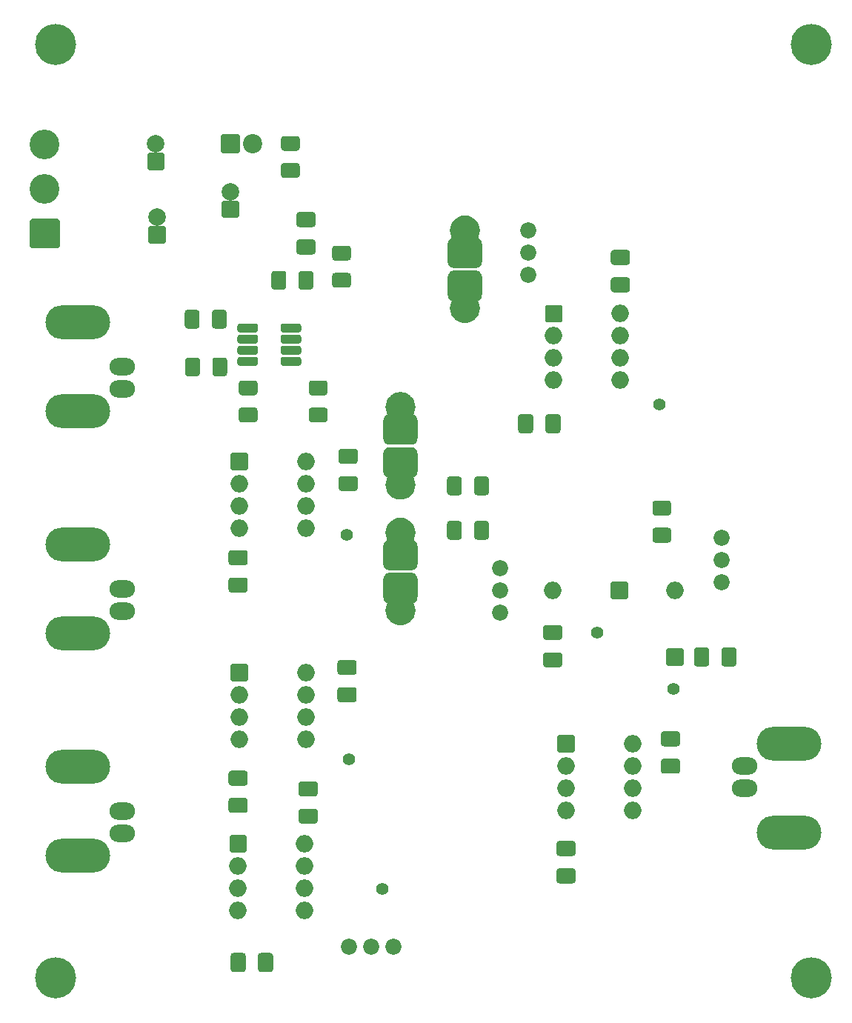
<source format=gbr>
%TF.GenerationSoftware,KiCad,Pcbnew,5.1.10-88a1d61d58~90~ubuntu20.04.1*%
%TF.CreationDate,2021-08-12T20:42:09+10:00*%
%TF.ProjectId,LaserPID,4c617365-7250-4494-942e-6b696361645f,rev?*%
%TF.SameCoordinates,Original*%
%TF.FileFunction,Soldermask,Top*%
%TF.FilePolarity,Negative*%
%FSLAX46Y46*%
G04 Gerber Fmt 4.6, Leading zero omitted, Abs format (unit mm)*
G04 Created by KiCad (PCBNEW 5.1.10-88a1d61d58~90~ubuntu20.04.1) date 2021-08-12 20:42:09*
%MOMM*%
%LPD*%
G01*
G04 APERTURE LIST*
%ADD10C,4.700000*%
%ADD11C,2.000000*%
%ADD12C,0.100000*%
%ADD13O,2.000000X2.000000*%
%ADD14C,2.200000*%
%ADD15C,3.400000*%
%ADD16O,7.400000X3.900000*%
%ADD17O,2.900000X2.000000*%
%ADD18C,1.840000*%
%ADD19C,1.400000*%
G04 APERTURE END LIST*
D10*
%TO.C,REF\u002A\u002A*%
X751840000Y-24130000D03*
%TD*%
%TO.C,REF\u002A\u002A*%
X838200000Y-24130000D03*
%TD*%
%TO.C,REF\u002A\u002A*%
X838200000Y-130810000D03*
%TD*%
%TO.C,REF\u002A\u002A*%
X751840000Y-130810000D03*
%TD*%
%TO.C,C1*%
G36*
G01*
X764197000Y-46847000D02*
X762597000Y-46847000D01*
G75*
G02*
X762397000Y-46647000I0J200000D01*
G01*
X762397000Y-45047000D01*
G75*
G02*
X762597000Y-44847000I200000J0D01*
G01*
X764197000Y-44847000D01*
G75*
G02*
X764397000Y-45047000I0J-200000D01*
G01*
X764397000Y-46647000D01*
G75*
G02*
X764197000Y-46847000I-200000J0D01*
G01*
G37*
D11*
X763397000Y-43847000D03*
%TD*%
%TO.C,C2*%
G36*
G01*
X764070000Y-38465000D02*
X762470000Y-38465000D01*
G75*
G02*
X762270000Y-38265000I0J200000D01*
G01*
X762270000Y-36665000D01*
G75*
G02*
X762470000Y-36465000I200000J0D01*
G01*
X764070000Y-36465000D01*
G75*
G02*
X764270000Y-36665000I0J-200000D01*
G01*
X764270000Y-38265000D01*
G75*
G02*
X764070000Y-38465000I-200000J0D01*
G01*
G37*
X763270000Y-35465000D03*
%TD*%
%TO.C,C3*%
X771779000Y-40926000D03*
G36*
G01*
X772579000Y-43926000D02*
X770979000Y-43926000D01*
G75*
G02*
X770779000Y-43726000I0J200000D01*
G01*
X770779000Y-42126000D01*
G75*
G02*
X770979000Y-41926000I200000J0D01*
G01*
X772579000Y-41926000D01*
G75*
G02*
X772779000Y-42126000I0J-200000D01*
G01*
X772779000Y-43726000D01*
G75*
G02*
X772579000Y-43926000I-200000J0D01*
G01*
G37*
%TD*%
%TO.C,C4*%
G36*
G01*
X773442531Y-108812500D02*
X771893469Y-108812500D01*
G75*
G02*
X771568000Y-108487031I0J325469D01*
G01*
X771568000Y-107412969D01*
G75*
G02*
X771893469Y-107087500I325469J0D01*
G01*
X773442531Y-107087500D01*
G75*
G02*
X773768000Y-107412969I0J-325469D01*
G01*
X773768000Y-108487031D01*
G75*
G02*
X773442531Y-108812500I-325469J0D01*
G01*
G37*
G36*
G01*
X773442531Y-111937500D02*
X771893469Y-111937500D01*
G75*
G02*
X771568000Y-111612031I0J325469D01*
G01*
X771568000Y-110537969D01*
G75*
G02*
X771893469Y-110212500I325469J0D01*
G01*
X773442531Y-110212500D01*
G75*
G02*
X773768000Y-110537969I0J-325469D01*
G01*
X773768000Y-111612031D01*
G75*
G02*
X773442531Y-111937500I-325469J0D01*
G01*
G37*
%TD*%
%TO.C,C5*%
G36*
G01*
X784339469Y-94437500D02*
X785888531Y-94437500D01*
G75*
G02*
X786214000Y-94762969I0J-325469D01*
G01*
X786214000Y-95837031D01*
G75*
G02*
X785888531Y-96162500I-325469J0D01*
G01*
X784339469Y-96162500D01*
G75*
G02*
X784014000Y-95837031I0J325469D01*
G01*
X784014000Y-94762969D01*
G75*
G02*
X784339469Y-94437500I325469J0D01*
G01*
G37*
G36*
G01*
X784339469Y-97562500D02*
X785888531Y-97562500D01*
G75*
G02*
X786214000Y-97887969I0J-325469D01*
G01*
X786214000Y-98962031D01*
G75*
G02*
X785888531Y-99287500I-325469J0D01*
G01*
X784339469Y-99287500D01*
G75*
G02*
X784014000Y-98962031I0J325469D01*
G01*
X784014000Y-97887969D01*
G75*
G02*
X784339469Y-97562500I325469J0D01*
G01*
G37*
%TD*%
D12*
%TO.C,C6*%
G36*
X793159037Y-69151603D02*
G01*
X793149430Y-69249148D01*
X793141781Y-69287602D01*
X793113328Y-69381399D01*
X793098324Y-69417622D01*
X793052119Y-69504065D01*
X793030336Y-69536665D01*
X792968154Y-69612433D01*
X792940433Y-69640154D01*
X792864665Y-69702336D01*
X792832065Y-69724119D01*
X792745622Y-69770324D01*
X792709399Y-69785328D01*
X792615602Y-69813781D01*
X792577148Y-69821430D01*
X792479603Y-69831037D01*
X792460000Y-69832000D01*
X789960000Y-69832000D01*
X789940397Y-69831037D01*
X789842852Y-69821430D01*
X789804398Y-69813781D01*
X789710601Y-69785328D01*
X789674378Y-69770324D01*
X789587935Y-69724119D01*
X789555335Y-69702336D01*
X789479567Y-69640154D01*
X789451846Y-69612433D01*
X789389664Y-69536665D01*
X789367881Y-69504065D01*
X789321676Y-69417622D01*
X789306672Y-69381399D01*
X789278219Y-69287602D01*
X789270570Y-69249148D01*
X789260963Y-69151603D01*
X789260000Y-69132000D01*
X789260000Y-67032000D01*
X789260963Y-67012397D01*
X789270570Y-66914852D01*
X789278219Y-66876398D01*
X789306672Y-66782601D01*
X789321676Y-66746378D01*
X789367881Y-66659935D01*
X789389664Y-66627335D01*
X789451846Y-66551567D01*
X789479567Y-66523846D01*
X789555335Y-66461664D01*
X789587935Y-66439881D01*
X789674378Y-66393676D01*
X789710601Y-66378672D01*
X789733312Y-66371783D01*
X789677632Y-66267613D01*
X789669240Y-66249869D01*
X789612908Y-66113871D01*
X789606296Y-66095392D01*
X789563565Y-65954527D01*
X789558796Y-65935488D01*
X789530078Y-65791114D01*
X789527198Y-65771699D01*
X789512770Y-65625205D01*
X789511807Y-65605602D01*
X789511807Y-65458398D01*
X789512770Y-65438795D01*
X789527198Y-65292301D01*
X789530078Y-65272886D01*
X789558796Y-65128512D01*
X789563565Y-65109473D01*
X789606296Y-64968608D01*
X789612908Y-64950129D01*
X789669240Y-64814131D01*
X789677632Y-64796387D01*
X789747023Y-64666566D01*
X789757113Y-64649732D01*
X789838895Y-64527337D01*
X789850587Y-64511573D01*
X789943971Y-64397784D01*
X789957152Y-64383241D01*
X790061241Y-64279152D01*
X790075784Y-64265971D01*
X790189573Y-64172587D01*
X790205337Y-64160895D01*
X790327732Y-64079113D01*
X790344566Y-64069023D01*
X790474387Y-63999632D01*
X790492131Y-63991240D01*
X790628129Y-63934908D01*
X790646608Y-63928296D01*
X790787473Y-63885565D01*
X790806512Y-63880796D01*
X790950886Y-63852078D01*
X790970301Y-63849198D01*
X791116795Y-63834770D01*
X791136398Y-63833807D01*
X791283602Y-63833807D01*
X791303205Y-63834770D01*
X791449699Y-63849198D01*
X791469114Y-63852078D01*
X791613488Y-63880796D01*
X791632527Y-63885565D01*
X791773392Y-63928296D01*
X791791871Y-63934908D01*
X791927869Y-63991240D01*
X791945613Y-63999632D01*
X792075434Y-64069023D01*
X792092268Y-64079113D01*
X792214663Y-64160895D01*
X792230427Y-64172587D01*
X792344216Y-64265971D01*
X792358759Y-64279152D01*
X792462848Y-64383241D01*
X792476029Y-64397784D01*
X792569413Y-64511573D01*
X792581105Y-64527337D01*
X792662887Y-64649732D01*
X792672977Y-64666566D01*
X792742368Y-64796387D01*
X792750760Y-64814131D01*
X792807092Y-64950129D01*
X792813704Y-64968608D01*
X792856435Y-65109473D01*
X792861204Y-65128512D01*
X792889922Y-65272886D01*
X792892802Y-65292301D01*
X792907230Y-65438795D01*
X792908193Y-65458398D01*
X792908193Y-65605602D01*
X792907230Y-65625205D01*
X792892802Y-65771699D01*
X792889922Y-65791114D01*
X792861204Y-65935488D01*
X792856435Y-65954527D01*
X792813704Y-66095392D01*
X792807092Y-66113871D01*
X792750760Y-66249869D01*
X792742368Y-66267613D01*
X792686688Y-66371783D01*
X792709399Y-66378672D01*
X792745622Y-66393676D01*
X792832065Y-66439881D01*
X792864665Y-66461664D01*
X792940433Y-66523846D01*
X792968154Y-66551567D01*
X793030336Y-66627335D01*
X793052119Y-66659935D01*
X793098324Y-66746378D01*
X793113328Y-66782601D01*
X793141781Y-66876398D01*
X793149430Y-66914852D01*
X793159037Y-67012397D01*
X793160000Y-67032000D01*
X793160000Y-69132000D01*
X793159037Y-69151603D01*
G37*
G36*
X789260963Y-70802397D02*
G01*
X789270570Y-70704852D01*
X789278219Y-70666398D01*
X789306672Y-70572601D01*
X789321676Y-70536378D01*
X789367881Y-70449935D01*
X789389664Y-70417335D01*
X789451846Y-70341567D01*
X789479567Y-70313846D01*
X789555335Y-70251664D01*
X789587935Y-70229881D01*
X789674378Y-70183676D01*
X789710601Y-70168672D01*
X789804398Y-70140219D01*
X789842852Y-70132570D01*
X789940397Y-70122963D01*
X789960000Y-70122000D01*
X792460000Y-70122000D01*
X792479603Y-70122963D01*
X792577148Y-70132570D01*
X792615602Y-70140219D01*
X792709399Y-70168672D01*
X792745622Y-70183676D01*
X792832065Y-70229881D01*
X792864665Y-70251664D01*
X792940433Y-70313846D01*
X792968154Y-70341567D01*
X793030336Y-70417335D01*
X793052119Y-70449935D01*
X793098324Y-70536378D01*
X793113328Y-70572601D01*
X793141781Y-70666398D01*
X793149430Y-70704852D01*
X793159037Y-70802397D01*
X793160000Y-70822000D01*
X793160000Y-72922000D01*
X793159037Y-72941603D01*
X793149430Y-73039148D01*
X793141781Y-73077602D01*
X793113328Y-73171399D01*
X793098324Y-73207622D01*
X793052119Y-73294065D01*
X793030336Y-73326665D01*
X792968154Y-73402433D01*
X792940433Y-73430154D01*
X792864665Y-73492336D01*
X792832065Y-73514119D01*
X792745622Y-73560324D01*
X792709399Y-73575328D01*
X792686688Y-73582217D01*
X792742368Y-73686387D01*
X792750760Y-73704131D01*
X792807092Y-73840129D01*
X792813704Y-73858608D01*
X792856435Y-73999473D01*
X792861204Y-74018512D01*
X792889922Y-74162886D01*
X792892802Y-74182301D01*
X792907230Y-74328795D01*
X792908193Y-74348398D01*
X792908193Y-74495602D01*
X792907230Y-74515205D01*
X792892802Y-74661699D01*
X792889922Y-74681114D01*
X792861204Y-74825488D01*
X792856435Y-74844527D01*
X792813704Y-74985392D01*
X792807092Y-75003871D01*
X792750760Y-75139869D01*
X792742368Y-75157613D01*
X792672977Y-75287434D01*
X792662887Y-75304268D01*
X792581105Y-75426663D01*
X792569413Y-75442427D01*
X792476029Y-75556216D01*
X792462848Y-75570759D01*
X792358759Y-75674848D01*
X792344216Y-75688029D01*
X792230427Y-75781413D01*
X792214663Y-75793105D01*
X792092268Y-75874887D01*
X792075434Y-75884977D01*
X791945613Y-75954368D01*
X791927869Y-75962760D01*
X791791871Y-76019092D01*
X791773392Y-76025704D01*
X791632527Y-76068435D01*
X791613488Y-76073204D01*
X791469114Y-76101922D01*
X791449699Y-76104802D01*
X791303205Y-76119230D01*
X791283602Y-76120193D01*
X791136398Y-76120193D01*
X791116795Y-76119230D01*
X790970301Y-76104802D01*
X790950886Y-76101922D01*
X790806512Y-76073204D01*
X790787473Y-76068435D01*
X790646608Y-76025704D01*
X790628129Y-76019092D01*
X790492131Y-75962760D01*
X790474387Y-75954368D01*
X790344566Y-75884977D01*
X790327732Y-75874887D01*
X790205337Y-75793105D01*
X790189573Y-75781413D01*
X790075784Y-75688029D01*
X790061241Y-75674848D01*
X789957152Y-75570759D01*
X789943971Y-75556216D01*
X789850587Y-75442427D01*
X789838895Y-75426663D01*
X789757113Y-75304268D01*
X789747023Y-75287434D01*
X789677632Y-75157613D01*
X789669240Y-75139869D01*
X789612908Y-75003871D01*
X789606296Y-74985392D01*
X789563565Y-74844527D01*
X789558796Y-74825488D01*
X789530078Y-74681114D01*
X789527198Y-74661699D01*
X789512770Y-74515205D01*
X789511807Y-74495602D01*
X789511807Y-74348398D01*
X789512770Y-74328795D01*
X789527198Y-74182301D01*
X789530078Y-74162886D01*
X789558796Y-74018512D01*
X789563565Y-73999473D01*
X789606296Y-73858608D01*
X789612908Y-73840129D01*
X789669240Y-73704131D01*
X789677632Y-73686387D01*
X789733312Y-73582217D01*
X789710601Y-73575328D01*
X789674378Y-73560324D01*
X789587935Y-73514119D01*
X789555335Y-73492336D01*
X789479567Y-73430154D01*
X789451846Y-73402433D01*
X789389664Y-73326665D01*
X789367881Y-73294065D01*
X789321676Y-73207622D01*
X789306672Y-73171399D01*
X789278219Y-73077602D01*
X789270570Y-73039148D01*
X789260963Y-72941603D01*
X789260000Y-72922000D01*
X789260000Y-70822000D01*
X789260963Y-70802397D01*
G37*
%TD*%
%TO.C,C7*%
G36*
G01*
X773442531Y-83628000D02*
X771893469Y-83628000D01*
G75*
G02*
X771568000Y-83302531I0J325469D01*
G01*
X771568000Y-82228469D01*
G75*
G02*
X771893469Y-81903000I325469J0D01*
G01*
X773442531Y-81903000D01*
G75*
G02*
X773768000Y-82228469I0J-325469D01*
G01*
X773768000Y-83302531D01*
G75*
G02*
X773442531Y-83628000I-325469J0D01*
G01*
G37*
G36*
G01*
X773442531Y-86753000D02*
X771893469Y-86753000D01*
G75*
G02*
X771568000Y-86427531I0J325469D01*
G01*
X771568000Y-85353469D01*
G75*
G02*
X771893469Y-85028000I325469J0D01*
G01*
X773442531Y-85028000D01*
G75*
G02*
X773768000Y-85353469I0J-325469D01*
G01*
X773768000Y-86427531D01*
G75*
G02*
X773442531Y-86753000I-325469J0D01*
G01*
G37*
%TD*%
%TO.C,C8*%
G36*
G01*
X784466469Y-70307500D02*
X786015531Y-70307500D01*
G75*
G02*
X786341000Y-70632969I0J-325469D01*
G01*
X786341000Y-71707031D01*
G75*
G02*
X786015531Y-72032500I-325469J0D01*
G01*
X784466469Y-72032500D01*
G75*
G02*
X784141000Y-71707031I0J325469D01*
G01*
X784141000Y-70632969D01*
G75*
G02*
X784466469Y-70307500I325469J0D01*
G01*
G37*
G36*
G01*
X784466469Y-73432500D02*
X786015531Y-73432500D01*
G75*
G02*
X786341000Y-73757969I0J-325469D01*
G01*
X786341000Y-74832031D01*
G75*
G02*
X786015531Y-75157500I-325469J0D01*
G01*
X784466469Y-75157500D01*
G75*
G02*
X784141000Y-74832031I0J325469D01*
G01*
X784141000Y-73757969D01*
G75*
G02*
X784466469Y-73432500I325469J0D01*
G01*
G37*
%TD*%
%TO.C,C9*%
G36*
G01*
X776655500Y-128257469D02*
X776655500Y-129806531D01*
G75*
G02*
X776330031Y-130132000I-325469J0D01*
G01*
X775255969Y-130132000D01*
G75*
G02*
X774930500Y-129806531I0J325469D01*
G01*
X774930500Y-128257469D01*
G75*
G02*
X775255969Y-127932000I325469J0D01*
G01*
X776330031Y-127932000D01*
G75*
G02*
X776655500Y-128257469I0J-325469D01*
G01*
G37*
G36*
G01*
X773530500Y-128257469D02*
X773530500Y-129806531D01*
G75*
G02*
X773205031Y-130132000I-325469J0D01*
G01*
X772130969Y-130132000D01*
G75*
G02*
X771805500Y-129806531I0J325469D01*
G01*
X771805500Y-128257469D01*
G75*
G02*
X772130969Y-127932000I325469J0D01*
G01*
X773205031Y-127932000D01*
G75*
G02*
X773530500Y-128257469I0J-325469D01*
G01*
G37*
%TD*%
%TO.C,C10*%
G36*
G01*
X779894469Y-111444000D02*
X781443531Y-111444000D01*
G75*
G02*
X781769000Y-111769469I0J-325469D01*
G01*
X781769000Y-112843531D01*
G75*
G02*
X781443531Y-113169000I-325469J0D01*
G01*
X779894469Y-113169000D01*
G75*
G02*
X779569000Y-112843531I0J325469D01*
G01*
X779569000Y-111769469D01*
G75*
G02*
X779894469Y-111444000I325469J0D01*
G01*
G37*
G36*
G01*
X779894469Y-108319000D02*
X781443531Y-108319000D01*
G75*
G02*
X781769000Y-108644469I0J-325469D01*
G01*
X781769000Y-109718531D01*
G75*
G02*
X781443531Y-110044000I-325469J0D01*
G01*
X779894469Y-110044000D01*
G75*
G02*
X779569000Y-109718531I0J325469D01*
G01*
X779569000Y-108644469D01*
G75*
G02*
X779894469Y-108319000I325469J0D01*
G01*
G37*
%TD*%
%TO.C,C11*%
G36*
G01*
X804660000Y-68211531D02*
X804660000Y-66662469D01*
G75*
G02*
X804985469Y-66337000I325469J0D01*
G01*
X806059531Y-66337000D01*
G75*
G02*
X806385000Y-66662469I0J-325469D01*
G01*
X806385000Y-68211531D01*
G75*
G02*
X806059531Y-68537000I-325469J0D01*
G01*
X804985469Y-68537000D01*
G75*
G02*
X804660000Y-68211531I0J325469D01*
G01*
G37*
G36*
G01*
X807785000Y-68211531D02*
X807785000Y-66662469D01*
G75*
G02*
X808110469Y-66337000I325469J0D01*
G01*
X809184531Y-66337000D01*
G75*
G02*
X809510000Y-66662469I0J-325469D01*
G01*
X809510000Y-68211531D01*
G75*
G02*
X809184531Y-68537000I-325469J0D01*
G01*
X808110469Y-68537000D01*
G75*
G02*
X807785000Y-68211531I0J325469D01*
G01*
G37*
%TD*%
%TO.C,C12*%
G36*
G01*
X815581469Y-50699500D02*
X817130531Y-50699500D01*
G75*
G02*
X817456000Y-51024969I0J-325469D01*
G01*
X817456000Y-52099031D01*
G75*
G02*
X817130531Y-52424500I-325469J0D01*
G01*
X815581469Y-52424500D01*
G75*
G02*
X815256000Y-52099031I0J325469D01*
G01*
X815256000Y-51024969D01*
G75*
G02*
X815581469Y-50699500I325469J0D01*
G01*
G37*
G36*
G01*
X815581469Y-47574500D02*
X817130531Y-47574500D01*
G75*
G02*
X817456000Y-47899969I0J-325469D01*
G01*
X817456000Y-48974031D01*
G75*
G02*
X817130531Y-49299500I-325469J0D01*
G01*
X815581469Y-49299500D01*
G75*
G02*
X815256000Y-48974031I0J325469D01*
G01*
X815256000Y-47899969D01*
G75*
G02*
X815581469Y-47574500I325469J0D01*
G01*
G37*
%TD*%
%TO.C,C13*%
G36*
X796626963Y-50609397D02*
G01*
X796636570Y-50511852D01*
X796644219Y-50473398D01*
X796672672Y-50379601D01*
X796687676Y-50343378D01*
X796733881Y-50256935D01*
X796755664Y-50224335D01*
X796817846Y-50148567D01*
X796845567Y-50120846D01*
X796921335Y-50058664D01*
X796953935Y-50036881D01*
X797040378Y-49990676D01*
X797076601Y-49975672D01*
X797170398Y-49947219D01*
X797208852Y-49939570D01*
X797306397Y-49929963D01*
X797326000Y-49929000D01*
X799826000Y-49929000D01*
X799845603Y-49929963D01*
X799943148Y-49939570D01*
X799981602Y-49947219D01*
X800075399Y-49975672D01*
X800111622Y-49990676D01*
X800198065Y-50036881D01*
X800230665Y-50058664D01*
X800306433Y-50120846D01*
X800334154Y-50148567D01*
X800396336Y-50224335D01*
X800418119Y-50256935D01*
X800464324Y-50343378D01*
X800479328Y-50379601D01*
X800507781Y-50473398D01*
X800515430Y-50511852D01*
X800525037Y-50609397D01*
X800526000Y-50629000D01*
X800526000Y-52729000D01*
X800525037Y-52748603D01*
X800515430Y-52846148D01*
X800507781Y-52884602D01*
X800479328Y-52978399D01*
X800464324Y-53014622D01*
X800418119Y-53101065D01*
X800396336Y-53133665D01*
X800334154Y-53209433D01*
X800306433Y-53237154D01*
X800230665Y-53299336D01*
X800198065Y-53321119D01*
X800111622Y-53367324D01*
X800075399Y-53382328D01*
X800052688Y-53389217D01*
X800108368Y-53493387D01*
X800116760Y-53511131D01*
X800173092Y-53647129D01*
X800179704Y-53665608D01*
X800222435Y-53806473D01*
X800227204Y-53825512D01*
X800255922Y-53969886D01*
X800258802Y-53989301D01*
X800273230Y-54135795D01*
X800274193Y-54155398D01*
X800274193Y-54302602D01*
X800273230Y-54322205D01*
X800258802Y-54468699D01*
X800255922Y-54488114D01*
X800227204Y-54632488D01*
X800222435Y-54651527D01*
X800179704Y-54792392D01*
X800173092Y-54810871D01*
X800116760Y-54946869D01*
X800108368Y-54964613D01*
X800038977Y-55094434D01*
X800028887Y-55111268D01*
X799947105Y-55233663D01*
X799935413Y-55249427D01*
X799842029Y-55363216D01*
X799828848Y-55377759D01*
X799724759Y-55481848D01*
X799710216Y-55495029D01*
X799596427Y-55588413D01*
X799580663Y-55600105D01*
X799458268Y-55681887D01*
X799441434Y-55691977D01*
X799311613Y-55761368D01*
X799293869Y-55769760D01*
X799157871Y-55826092D01*
X799139392Y-55832704D01*
X798998527Y-55875435D01*
X798979488Y-55880204D01*
X798835114Y-55908922D01*
X798815699Y-55911802D01*
X798669205Y-55926230D01*
X798649602Y-55927193D01*
X798502398Y-55927193D01*
X798482795Y-55926230D01*
X798336301Y-55911802D01*
X798316886Y-55908922D01*
X798172512Y-55880204D01*
X798153473Y-55875435D01*
X798012608Y-55832704D01*
X797994129Y-55826092D01*
X797858131Y-55769760D01*
X797840387Y-55761368D01*
X797710566Y-55691977D01*
X797693732Y-55681887D01*
X797571337Y-55600105D01*
X797555573Y-55588413D01*
X797441784Y-55495029D01*
X797427241Y-55481848D01*
X797323152Y-55377759D01*
X797309971Y-55363216D01*
X797216587Y-55249427D01*
X797204895Y-55233663D01*
X797123113Y-55111268D01*
X797113023Y-55094434D01*
X797043632Y-54964613D01*
X797035240Y-54946869D01*
X796978908Y-54810871D01*
X796972296Y-54792392D01*
X796929565Y-54651527D01*
X796924796Y-54632488D01*
X796896078Y-54488114D01*
X796893198Y-54468699D01*
X796878770Y-54322205D01*
X796877807Y-54302602D01*
X796877807Y-54155398D01*
X796878770Y-54135795D01*
X796893198Y-53989301D01*
X796896078Y-53969886D01*
X796924796Y-53825512D01*
X796929565Y-53806473D01*
X796972296Y-53665608D01*
X796978908Y-53647129D01*
X797035240Y-53511131D01*
X797043632Y-53493387D01*
X797099312Y-53389217D01*
X797076601Y-53382328D01*
X797040378Y-53367324D01*
X796953935Y-53321119D01*
X796921335Y-53299336D01*
X796845567Y-53237154D01*
X796817846Y-53209433D01*
X796755664Y-53133665D01*
X796733881Y-53101065D01*
X796687676Y-53014622D01*
X796672672Y-52978399D01*
X796644219Y-52884602D01*
X796636570Y-52846148D01*
X796626963Y-52748603D01*
X796626000Y-52729000D01*
X796626000Y-50629000D01*
X796626963Y-50609397D01*
G37*
G36*
X800525037Y-48958603D02*
G01*
X800515430Y-49056148D01*
X800507781Y-49094602D01*
X800479328Y-49188399D01*
X800464324Y-49224622D01*
X800418119Y-49311065D01*
X800396336Y-49343665D01*
X800334154Y-49419433D01*
X800306433Y-49447154D01*
X800230665Y-49509336D01*
X800198065Y-49531119D01*
X800111622Y-49577324D01*
X800075399Y-49592328D01*
X799981602Y-49620781D01*
X799943148Y-49628430D01*
X799845603Y-49638037D01*
X799826000Y-49639000D01*
X797326000Y-49639000D01*
X797306397Y-49638037D01*
X797208852Y-49628430D01*
X797170398Y-49620781D01*
X797076601Y-49592328D01*
X797040378Y-49577324D01*
X796953935Y-49531119D01*
X796921335Y-49509336D01*
X796845567Y-49447154D01*
X796817846Y-49419433D01*
X796755664Y-49343665D01*
X796733881Y-49311065D01*
X796687676Y-49224622D01*
X796672672Y-49188399D01*
X796644219Y-49094602D01*
X796636570Y-49056148D01*
X796626963Y-48958603D01*
X796626000Y-48939000D01*
X796626000Y-46839000D01*
X796626963Y-46819397D01*
X796636570Y-46721852D01*
X796644219Y-46683398D01*
X796672672Y-46589601D01*
X796687676Y-46553378D01*
X796733881Y-46466935D01*
X796755664Y-46434335D01*
X796817846Y-46358567D01*
X796845567Y-46330846D01*
X796921335Y-46268664D01*
X796953935Y-46246881D01*
X797040378Y-46200676D01*
X797076601Y-46185672D01*
X797099312Y-46178783D01*
X797043632Y-46074613D01*
X797035240Y-46056869D01*
X796978908Y-45920871D01*
X796972296Y-45902392D01*
X796929565Y-45761527D01*
X796924796Y-45742488D01*
X796896078Y-45598114D01*
X796893198Y-45578699D01*
X796878770Y-45432205D01*
X796877807Y-45412602D01*
X796877807Y-45265398D01*
X796878770Y-45245795D01*
X796893198Y-45099301D01*
X796896078Y-45079886D01*
X796924796Y-44935512D01*
X796929565Y-44916473D01*
X796972296Y-44775608D01*
X796978908Y-44757129D01*
X797035240Y-44621131D01*
X797043632Y-44603387D01*
X797113023Y-44473566D01*
X797123113Y-44456732D01*
X797204895Y-44334337D01*
X797216587Y-44318573D01*
X797309971Y-44204784D01*
X797323152Y-44190241D01*
X797427241Y-44086152D01*
X797441784Y-44072971D01*
X797555573Y-43979587D01*
X797571337Y-43967895D01*
X797693732Y-43886113D01*
X797710566Y-43876023D01*
X797840387Y-43806632D01*
X797858131Y-43798240D01*
X797994129Y-43741908D01*
X798012608Y-43735296D01*
X798153473Y-43692565D01*
X798172512Y-43687796D01*
X798316886Y-43659078D01*
X798336301Y-43656198D01*
X798482795Y-43641770D01*
X798502398Y-43640807D01*
X798649602Y-43640807D01*
X798669205Y-43641770D01*
X798815699Y-43656198D01*
X798835114Y-43659078D01*
X798979488Y-43687796D01*
X798998527Y-43692565D01*
X799139392Y-43735296D01*
X799157871Y-43741908D01*
X799293869Y-43798240D01*
X799311613Y-43806632D01*
X799441434Y-43876023D01*
X799458268Y-43886113D01*
X799580663Y-43967895D01*
X799596427Y-43979587D01*
X799710216Y-44072971D01*
X799724759Y-44086152D01*
X799828848Y-44190241D01*
X799842029Y-44204784D01*
X799935413Y-44318573D01*
X799947105Y-44334337D01*
X800028887Y-44456732D01*
X800038977Y-44473566D01*
X800108368Y-44603387D01*
X800116760Y-44621131D01*
X800173092Y-44757129D01*
X800179704Y-44775608D01*
X800222435Y-44916473D01*
X800227204Y-44935512D01*
X800255922Y-45079886D01*
X800258802Y-45099301D01*
X800273230Y-45245795D01*
X800274193Y-45265398D01*
X800274193Y-45412602D01*
X800273230Y-45432205D01*
X800258802Y-45578699D01*
X800255922Y-45598114D01*
X800227204Y-45742488D01*
X800222435Y-45761527D01*
X800179704Y-45902392D01*
X800173092Y-45920871D01*
X800116760Y-46056869D01*
X800108368Y-46074613D01*
X800052688Y-46178783D01*
X800075399Y-46185672D01*
X800111622Y-46200676D01*
X800198065Y-46246881D01*
X800230665Y-46268664D01*
X800306433Y-46330846D01*
X800334154Y-46358567D01*
X800396336Y-46434335D01*
X800418119Y-46466935D01*
X800464324Y-46553378D01*
X800479328Y-46589601D01*
X800507781Y-46683398D01*
X800515430Y-46721852D01*
X800525037Y-46819397D01*
X800526000Y-46839000D01*
X800526000Y-48939000D01*
X800525037Y-48958603D01*
G37*
%TD*%
%TO.C,C16*%
G36*
G01*
X810907531Y-116863500D02*
X809358469Y-116863500D01*
G75*
G02*
X809033000Y-116538031I0J325469D01*
G01*
X809033000Y-115463969D01*
G75*
G02*
X809358469Y-115138500I325469J0D01*
G01*
X810907531Y-115138500D01*
G75*
G02*
X811233000Y-115463969I0J-325469D01*
G01*
X811233000Y-116538031D01*
G75*
G02*
X810907531Y-116863500I-325469J0D01*
G01*
G37*
G36*
G01*
X810907531Y-119988500D02*
X809358469Y-119988500D01*
G75*
G02*
X809033000Y-119663031I0J325469D01*
G01*
X809033000Y-118588969D01*
G75*
G02*
X809358469Y-118263500I325469J0D01*
G01*
X810907531Y-118263500D01*
G75*
G02*
X811233000Y-118588969I0J-325469D01*
G01*
X811233000Y-119663031D01*
G75*
G02*
X810907531Y-119988500I-325469J0D01*
G01*
G37*
%TD*%
%TO.C,C17*%
G36*
G01*
X821296469Y-102604000D02*
X822845531Y-102604000D01*
G75*
G02*
X823171000Y-102929469I0J-325469D01*
G01*
X823171000Y-104003531D01*
G75*
G02*
X822845531Y-104329000I-325469J0D01*
G01*
X821296469Y-104329000D01*
G75*
G02*
X820971000Y-104003531I0J325469D01*
G01*
X820971000Y-102929469D01*
G75*
G02*
X821296469Y-102604000I325469J0D01*
G01*
G37*
G36*
G01*
X821296469Y-105729000D02*
X822845531Y-105729000D01*
G75*
G02*
X823171000Y-106054469I0J-325469D01*
G01*
X823171000Y-107128531D01*
G75*
G02*
X822845531Y-107454000I-325469J0D01*
G01*
X821296469Y-107454000D01*
G75*
G02*
X820971000Y-107128531I0J325469D01*
G01*
X820971000Y-106054469D01*
G75*
G02*
X821296469Y-105729000I325469J0D01*
G01*
G37*
%TD*%
%TO.C,C18*%
G36*
G01*
X829614500Y-93332469D02*
X829614500Y-94881531D01*
G75*
G02*
X829289031Y-95207000I-325469J0D01*
G01*
X828214969Y-95207000D01*
G75*
G02*
X827889500Y-94881531I0J325469D01*
G01*
X827889500Y-93332469D01*
G75*
G02*
X828214969Y-93007000I325469J0D01*
G01*
X829289031Y-93007000D01*
G75*
G02*
X829614500Y-93332469I0J-325469D01*
G01*
G37*
G36*
G01*
X826489500Y-93332469D02*
X826489500Y-94881531D01*
G75*
G02*
X826164031Y-95207000I-325469J0D01*
G01*
X825089969Y-95207000D01*
G75*
G02*
X824764500Y-94881531I0J325469D01*
G01*
X824764500Y-93332469D01*
G75*
G02*
X825089969Y-93007000I325469J0D01*
G01*
X826164031Y-93007000D01*
G75*
G02*
X826489500Y-93332469I0J-325469D01*
G01*
G37*
%TD*%
%TO.C,C19*%
G36*
G01*
X809383531Y-95300500D02*
X807834469Y-95300500D01*
G75*
G02*
X807509000Y-94975031I0J325469D01*
G01*
X807509000Y-93900969D01*
G75*
G02*
X807834469Y-93575500I325469J0D01*
G01*
X809383531Y-93575500D01*
G75*
G02*
X809709000Y-93900969I0J-325469D01*
G01*
X809709000Y-94975031D01*
G75*
G02*
X809383531Y-95300500I-325469J0D01*
G01*
G37*
G36*
G01*
X809383531Y-92175500D02*
X807834469Y-92175500D01*
G75*
G02*
X807509000Y-91850031I0J325469D01*
G01*
X807509000Y-90775969D01*
G75*
G02*
X807834469Y-90450500I325469J0D01*
G01*
X809383531Y-90450500D01*
G75*
G02*
X809709000Y-90775969I0J-325469D01*
G01*
X809709000Y-91850031D01*
G75*
G02*
X809383531Y-92175500I-325469J0D01*
G01*
G37*
%TD*%
%TO.C,C20*%
G36*
G01*
X779640469Y-46381500D02*
X781189531Y-46381500D01*
G75*
G02*
X781515000Y-46706969I0J-325469D01*
G01*
X781515000Y-47781031D01*
G75*
G02*
X781189531Y-48106500I-325469J0D01*
G01*
X779640469Y-48106500D01*
G75*
G02*
X779315000Y-47781031I0J325469D01*
G01*
X779315000Y-46706969D01*
G75*
G02*
X779640469Y-46381500I325469J0D01*
G01*
G37*
G36*
G01*
X779640469Y-43256500D02*
X781189531Y-43256500D01*
G75*
G02*
X781515000Y-43581969I0J-325469D01*
G01*
X781515000Y-44656031D01*
G75*
G02*
X781189531Y-44981500I-325469J0D01*
G01*
X779640469Y-44981500D01*
G75*
G02*
X779315000Y-44656031I0J325469D01*
G01*
X779315000Y-43581969D01*
G75*
G02*
X779640469Y-43256500I325469J0D01*
G01*
G37*
%TD*%
%TO.C,D1*%
G36*
G01*
X823379000Y-95107000D02*
X821779000Y-95107000D01*
G75*
G02*
X821579000Y-94907000I0J200000D01*
G01*
X821579000Y-93307000D01*
G75*
G02*
X821779000Y-93107000I200000J0D01*
G01*
X823379000Y-93107000D01*
G75*
G02*
X823579000Y-93307000I0J-200000D01*
G01*
X823579000Y-94907000D01*
G75*
G02*
X823379000Y-95107000I-200000J0D01*
G01*
G37*
D13*
X822579000Y-86487000D03*
%TD*%
%TO.C,D2*%
X808609000Y-86487000D03*
G36*
G01*
X817229000Y-85687000D02*
X817229000Y-87287000D01*
G75*
G02*
X817029000Y-87487000I-200000J0D01*
G01*
X815429000Y-87487000D01*
G75*
G02*
X815229000Y-87287000I0J200000D01*
G01*
X815229000Y-85687000D01*
G75*
G02*
X815429000Y-85487000I200000J0D01*
G01*
X817029000Y-85487000D01*
G75*
G02*
X817229000Y-85687000I0J-200000D01*
G01*
G37*
%TD*%
%TO.C,D3*%
G36*
G01*
X770679000Y-36333000D02*
X770679000Y-34533000D01*
G75*
G02*
X770879000Y-34333000I200000J0D01*
G01*
X772679000Y-34333000D01*
G75*
G02*
X772879000Y-34533000I0J-200000D01*
G01*
X772879000Y-36333000D01*
G75*
G02*
X772679000Y-36533000I-200000J0D01*
G01*
X770879000Y-36533000D01*
G75*
G02*
X770679000Y-36333000I0J200000D01*
G01*
G37*
D14*
X774319000Y-35433000D03*
%TD*%
%TO.C,P1*%
G36*
G01*
X752070000Y-47420000D02*
X749070000Y-47420000D01*
G75*
G02*
X748870000Y-47220000I0J200000D01*
G01*
X748870000Y-44220000D01*
G75*
G02*
X749070000Y-44020000I200000J0D01*
G01*
X752070000Y-44020000D01*
G75*
G02*
X752270000Y-44220000I0J-200000D01*
G01*
X752270000Y-47220000D01*
G75*
G02*
X752070000Y-47420000I-200000J0D01*
G01*
G37*
D15*
X750570000Y-40640000D03*
X750570000Y-35560000D03*
%TD*%
D16*
%TO.C,IN1*%
X754380000Y-91440000D03*
X754380000Y-81280000D03*
D17*
X759460000Y-86360000D03*
X759460000Y-88900000D03*
%TD*%
%TO.C,IN2*%
X759460000Y-114300000D03*
X759460000Y-111760000D03*
D16*
X754380000Y-106680000D03*
X754380000Y-116840000D03*
%TD*%
%TO.C,OUT*%
X835660000Y-104013000D03*
X835660000Y-114173000D03*
D17*
X830580000Y-109093000D03*
X830580000Y-106553000D03*
%TD*%
%TO.C,RST*%
X759460000Y-63500000D03*
X759460000Y-60960000D03*
D16*
X754380000Y-55880000D03*
X754380000Y-66040000D03*
%TD*%
%TO.C,R1*%
G36*
G01*
X799631000Y-75297079D02*
X799631000Y-73800921D01*
G75*
G02*
X799957921Y-73474000I326921J0D01*
G01*
X801004079Y-73474000D01*
G75*
G02*
X801331000Y-73800921I0J-326921D01*
G01*
X801331000Y-75297079D01*
G75*
G02*
X801004079Y-75624000I-326921J0D01*
G01*
X799957921Y-75624000D01*
G75*
G02*
X799631000Y-75297079I0J326921D01*
G01*
G37*
G36*
G01*
X796531000Y-75297079D02*
X796531000Y-73800921D01*
G75*
G02*
X796857921Y-73474000I326921J0D01*
G01*
X797904079Y-73474000D01*
G75*
G02*
X798231000Y-73800921I0J-326921D01*
G01*
X798231000Y-75297079D01*
G75*
G02*
X797904079Y-75624000I-326921J0D01*
G01*
X796857921Y-75624000D01*
G75*
G02*
X796531000Y-75297079I0J326921D01*
G01*
G37*
%TD*%
%TO.C,R2*%
G36*
G01*
X801331000Y-78880921D02*
X801331000Y-80377079D01*
G75*
G02*
X801004079Y-80704000I-326921J0D01*
G01*
X799957921Y-80704000D01*
G75*
G02*
X799631000Y-80377079I0J326921D01*
G01*
X799631000Y-78880921D01*
G75*
G02*
X799957921Y-78554000I326921J0D01*
G01*
X801004079Y-78554000D01*
G75*
G02*
X801331000Y-78880921I0J-326921D01*
G01*
G37*
G36*
G01*
X798231000Y-78880921D02*
X798231000Y-80377079D01*
G75*
G02*
X797904079Y-80704000I-326921J0D01*
G01*
X796857921Y-80704000D01*
G75*
G02*
X796531000Y-80377079I0J326921D01*
G01*
X796531000Y-78880921D01*
G75*
G02*
X796857921Y-78554000I326921J0D01*
G01*
X797904079Y-78554000D01*
G75*
G02*
X798231000Y-78880921I0J-326921D01*
G01*
G37*
%TD*%
%TO.C,R5*%
G36*
G01*
X779385079Y-36257000D02*
X777888921Y-36257000D01*
G75*
G02*
X777562000Y-35930079I0J326921D01*
G01*
X777562000Y-34883921D01*
G75*
G02*
X777888921Y-34557000I326921J0D01*
G01*
X779385079Y-34557000D01*
G75*
G02*
X779712000Y-34883921I0J-326921D01*
G01*
X779712000Y-35930079D01*
G75*
G02*
X779385079Y-36257000I-326921J0D01*
G01*
G37*
G36*
G01*
X779385079Y-39357000D02*
X777888921Y-39357000D01*
G75*
G02*
X777562000Y-39030079I0J326921D01*
G01*
X777562000Y-37983921D01*
G75*
G02*
X777888921Y-37657000I326921J0D01*
G01*
X779385079Y-37657000D01*
G75*
G02*
X779712000Y-37983921I0J-326921D01*
G01*
X779712000Y-39030079D01*
G75*
G02*
X779385079Y-39357000I-326921J0D01*
G01*
G37*
%TD*%
D12*
%TO.C,R6*%
G36*
X793159037Y-83502603D02*
G01*
X793149430Y-83600148D01*
X793141781Y-83638602D01*
X793113328Y-83732399D01*
X793098324Y-83768622D01*
X793052119Y-83855065D01*
X793030336Y-83887665D01*
X792968154Y-83963433D01*
X792940433Y-83991154D01*
X792864665Y-84053336D01*
X792832065Y-84075119D01*
X792745622Y-84121324D01*
X792709399Y-84136328D01*
X792615602Y-84164781D01*
X792577148Y-84172430D01*
X792479603Y-84182037D01*
X792460000Y-84183000D01*
X789960000Y-84183000D01*
X789940397Y-84182037D01*
X789842852Y-84172430D01*
X789804398Y-84164781D01*
X789710601Y-84136328D01*
X789674378Y-84121324D01*
X789587935Y-84075119D01*
X789555335Y-84053336D01*
X789479567Y-83991154D01*
X789451846Y-83963433D01*
X789389664Y-83887665D01*
X789367881Y-83855065D01*
X789321676Y-83768622D01*
X789306672Y-83732399D01*
X789278219Y-83638602D01*
X789270570Y-83600148D01*
X789260963Y-83502603D01*
X789260000Y-83483000D01*
X789260000Y-81383000D01*
X789260963Y-81363397D01*
X789270570Y-81265852D01*
X789278219Y-81227398D01*
X789306672Y-81133601D01*
X789321676Y-81097378D01*
X789367881Y-81010935D01*
X789389664Y-80978335D01*
X789451846Y-80902567D01*
X789479567Y-80874846D01*
X789555335Y-80812664D01*
X789587935Y-80790881D01*
X789674378Y-80744676D01*
X789710601Y-80729672D01*
X789733312Y-80722783D01*
X789677632Y-80618613D01*
X789669240Y-80600869D01*
X789612908Y-80464871D01*
X789606296Y-80446392D01*
X789563565Y-80305527D01*
X789558796Y-80286488D01*
X789530078Y-80142114D01*
X789527198Y-80122699D01*
X789512770Y-79976205D01*
X789511807Y-79956602D01*
X789511807Y-79809398D01*
X789512770Y-79789795D01*
X789527198Y-79643301D01*
X789530078Y-79623886D01*
X789558796Y-79479512D01*
X789563565Y-79460473D01*
X789606296Y-79319608D01*
X789612908Y-79301129D01*
X789669240Y-79165131D01*
X789677632Y-79147387D01*
X789747023Y-79017566D01*
X789757113Y-79000732D01*
X789838895Y-78878337D01*
X789850587Y-78862573D01*
X789943971Y-78748784D01*
X789957152Y-78734241D01*
X790061241Y-78630152D01*
X790075784Y-78616971D01*
X790189573Y-78523587D01*
X790205337Y-78511895D01*
X790327732Y-78430113D01*
X790344566Y-78420023D01*
X790474387Y-78350632D01*
X790492131Y-78342240D01*
X790628129Y-78285908D01*
X790646608Y-78279296D01*
X790787473Y-78236565D01*
X790806512Y-78231796D01*
X790950886Y-78203078D01*
X790970301Y-78200198D01*
X791116795Y-78185770D01*
X791136398Y-78184807D01*
X791283602Y-78184807D01*
X791303205Y-78185770D01*
X791449699Y-78200198D01*
X791469114Y-78203078D01*
X791613488Y-78231796D01*
X791632527Y-78236565D01*
X791773392Y-78279296D01*
X791791871Y-78285908D01*
X791927869Y-78342240D01*
X791945613Y-78350632D01*
X792075434Y-78420023D01*
X792092268Y-78430113D01*
X792214663Y-78511895D01*
X792230427Y-78523587D01*
X792344216Y-78616971D01*
X792358759Y-78630152D01*
X792462848Y-78734241D01*
X792476029Y-78748784D01*
X792569413Y-78862573D01*
X792581105Y-78878337D01*
X792662887Y-79000732D01*
X792672977Y-79017566D01*
X792742368Y-79147387D01*
X792750760Y-79165131D01*
X792807092Y-79301129D01*
X792813704Y-79319608D01*
X792856435Y-79460473D01*
X792861204Y-79479512D01*
X792889922Y-79623886D01*
X792892802Y-79643301D01*
X792907230Y-79789795D01*
X792908193Y-79809398D01*
X792908193Y-79956602D01*
X792907230Y-79976205D01*
X792892802Y-80122699D01*
X792889922Y-80142114D01*
X792861204Y-80286488D01*
X792856435Y-80305527D01*
X792813704Y-80446392D01*
X792807092Y-80464871D01*
X792750760Y-80600869D01*
X792742368Y-80618613D01*
X792686688Y-80722783D01*
X792709399Y-80729672D01*
X792745622Y-80744676D01*
X792832065Y-80790881D01*
X792864665Y-80812664D01*
X792940433Y-80874846D01*
X792968154Y-80902567D01*
X793030336Y-80978335D01*
X793052119Y-81010935D01*
X793098324Y-81097378D01*
X793113328Y-81133601D01*
X793141781Y-81227398D01*
X793149430Y-81265852D01*
X793159037Y-81363397D01*
X793160000Y-81383000D01*
X793160000Y-83483000D01*
X793159037Y-83502603D01*
G37*
G36*
X789260963Y-85153397D02*
G01*
X789270570Y-85055852D01*
X789278219Y-85017398D01*
X789306672Y-84923601D01*
X789321676Y-84887378D01*
X789367881Y-84800935D01*
X789389664Y-84768335D01*
X789451846Y-84692567D01*
X789479567Y-84664846D01*
X789555335Y-84602664D01*
X789587935Y-84580881D01*
X789674378Y-84534676D01*
X789710601Y-84519672D01*
X789804398Y-84491219D01*
X789842852Y-84483570D01*
X789940397Y-84473963D01*
X789960000Y-84473000D01*
X792460000Y-84473000D01*
X792479603Y-84473963D01*
X792577148Y-84483570D01*
X792615602Y-84491219D01*
X792709399Y-84519672D01*
X792745622Y-84534676D01*
X792832065Y-84580881D01*
X792864665Y-84602664D01*
X792940433Y-84664846D01*
X792968154Y-84692567D01*
X793030336Y-84768335D01*
X793052119Y-84800935D01*
X793098324Y-84887378D01*
X793113328Y-84923601D01*
X793141781Y-85017398D01*
X793149430Y-85055852D01*
X793159037Y-85153397D01*
X793160000Y-85173000D01*
X793160000Y-87273000D01*
X793159037Y-87292603D01*
X793149430Y-87390148D01*
X793141781Y-87428602D01*
X793113328Y-87522399D01*
X793098324Y-87558622D01*
X793052119Y-87645065D01*
X793030336Y-87677665D01*
X792968154Y-87753433D01*
X792940433Y-87781154D01*
X792864665Y-87843336D01*
X792832065Y-87865119D01*
X792745622Y-87911324D01*
X792709399Y-87926328D01*
X792686688Y-87933217D01*
X792742368Y-88037387D01*
X792750760Y-88055131D01*
X792807092Y-88191129D01*
X792813704Y-88209608D01*
X792856435Y-88350473D01*
X792861204Y-88369512D01*
X792889922Y-88513886D01*
X792892802Y-88533301D01*
X792907230Y-88679795D01*
X792908193Y-88699398D01*
X792908193Y-88846602D01*
X792907230Y-88866205D01*
X792892802Y-89012699D01*
X792889922Y-89032114D01*
X792861204Y-89176488D01*
X792856435Y-89195527D01*
X792813704Y-89336392D01*
X792807092Y-89354871D01*
X792750760Y-89490869D01*
X792742368Y-89508613D01*
X792672977Y-89638434D01*
X792662887Y-89655268D01*
X792581105Y-89777663D01*
X792569413Y-89793427D01*
X792476029Y-89907216D01*
X792462848Y-89921759D01*
X792358759Y-90025848D01*
X792344216Y-90039029D01*
X792230427Y-90132413D01*
X792214663Y-90144105D01*
X792092268Y-90225887D01*
X792075434Y-90235977D01*
X791945613Y-90305368D01*
X791927869Y-90313760D01*
X791791871Y-90370092D01*
X791773392Y-90376704D01*
X791632527Y-90419435D01*
X791613488Y-90424204D01*
X791469114Y-90452922D01*
X791449699Y-90455802D01*
X791303205Y-90470230D01*
X791283602Y-90471193D01*
X791136398Y-90471193D01*
X791116795Y-90470230D01*
X790970301Y-90455802D01*
X790950886Y-90452922D01*
X790806512Y-90424204D01*
X790787473Y-90419435D01*
X790646608Y-90376704D01*
X790628129Y-90370092D01*
X790492131Y-90313760D01*
X790474387Y-90305368D01*
X790344566Y-90235977D01*
X790327732Y-90225887D01*
X790205337Y-90144105D01*
X790189573Y-90132413D01*
X790075784Y-90039029D01*
X790061241Y-90025848D01*
X789957152Y-89921759D01*
X789943971Y-89907216D01*
X789850587Y-89793427D01*
X789838895Y-89777663D01*
X789757113Y-89655268D01*
X789747023Y-89638434D01*
X789677632Y-89508613D01*
X789669240Y-89490869D01*
X789612908Y-89354871D01*
X789606296Y-89336392D01*
X789563565Y-89195527D01*
X789558796Y-89176488D01*
X789530078Y-89032114D01*
X789527198Y-89012699D01*
X789512770Y-88866205D01*
X789511807Y-88846602D01*
X789511807Y-88699398D01*
X789512770Y-88679795D01*
X789527198Y-88533301D01*
X789530078Y-88513886D01*
X789558796Y-88369512D01*
X789563565Y-88350473D01*
X789606296Y-88209608D01*
X789612908Y-88191129D01*
X789669240Y-88055131D01*
X789677632Y-88037387D01*
X789733312Y-87933217D01*
X789710601Y-87926328D01*
X789674378Y-87911324D01*
X789587935Y-87865119D01*
X789555335Y-87843336D01*
X789479567Y-87781154D01*
X789451846Y-87753433D01*
X789389664Y-87677665D01*
X789367881Y-87645065D01*
X789321676Y-87558622D01*
X789306672Y-87522399D01*
X789278219Y-87428602D01*
X789270570Y-87390148D01*
X789260963Y-87292603D01*
X789260000Y-87273000D01*
X789260000Y-85173000D01*
X789260963Y-85153397D01*
G37*
%TD*%
%TO.C,R7*%
G36*
G01*
X768311000Y-60211921D02*
X768311000Y-61708079D01*
G75*
G02*
X767984079Y-62035000I-326921J0D01*
G01*
X766937921Y-62035000D01*
G75*
G02*
X766611000Y-61708079I0J326921D01*
G01*
X766611000Y-60211921D01*
G75*
G02*
X766937921Y-59885000I326921J0D01*
G01*
X767984079Y-59885000D01*
G75*
G02*
X768311000Y-60211921I0J-326921D01*
G01*
G37*
G36*
G01*
X771411000Y-60211921D02*
X771411000Y-61708079D01*
G75*
G02*
X771084079Y-62035000I-326921J0D01*
G01*
X770037921Y-62035000D01*
G75*
G02*
X769711000Y-61708079I0J326921D01*
G01*
X769711000Y-60211921D01*
G75*
G02*
X770037921Y-59885000I326921J0D01*
G01*
X771084079Y-59885000D01*
G75*
G02*
X771411000Y-60211921I0J-326921D01*
G01*
G37*
%TD*%
%TO.C,R8*%
G36*
G01*
X821829079Y-81039000D02*
X820332921Y-81039000D01*
G75*
G02*
X820006000Y-80712079I0J326921D01*
G01*
X820006000Y-79665921D01*
G75*
G02*
X820332921Y-79339000I326921J0D01*
G01*
X821829079Y-79339000D01*
G75*
G02*
X822156000Y-79665921I0J-326921D01*
G01*
X822156000Y-80712079D01*
G75*
G02*
X821829079Y-81039000I-326921J0D01*
G01*
G37*
G36*
G01*
X821829079Y-77939000D02*
X820332921Y-77939000D01*
G75*
G02*
X820006000Y-77612079I0J326921D01*
G01*
X820006000Y-76565921D01*
G75*
G02*
X820332921Y-76239000I326921J0D01*
G01*
X821829079Y-76239000D01*
G75*
G02*
X822156000Y-76565921I0J-326921D01*
G01*
X822156000Y-77612079D01*
G75*
G02*
X821829079Y-77939000I-326921J0D01*
G01*
G37*
%TD*%
%TO.C,R9*%
G36*
G01*
X779565000Y-51802079D02*
X779565000Y-50305921D01*
G75*
G02*
X779891921Y-49979000I326921J0D01*
G01*
X780938079Y-49979000D01*
G75*
G02*
X781265000Y-50305921I0J-326921D01*
G01*
X781265000Y-51802079D01*
G75*
G02*
X780938079Y-52129000I-326921J0D01*
G01*
X779891921Y-52129000D01*
G75*
G02*
X779565000Y-51802079I0J326921D01*
G01*
G37*
G36*
G01*
X776465000Y-51802079D02*
X776465000Y-50305921D01*
G75*
G02*
X776791921Y-49979000I326921J0D01*
G01*
X777838079Y-49979000D01*
G75*
G02*
X778165000Y-50305921I0J-326921D01*
G01*
X778165000Y-51802079D01*
G75*
G02*
X777838079Y-52129000I-326921J0D01*
G01*
X776791921Y-52129000D01*
G75*
G02*
X776465000Y-51802079I0J326921D01*
G01*
G37*
%TD*%
%TO.C,R10*%
G36*
G01*
X783730921Y-47104000D02*
X785227079Y-47104000D01*
G75*
G02*
X785554000Y-47430921I0J-326921D01*
G01*
X785554000Y-48477079D01*
G75*
G02*
X785227079Y-48804000I-326921J0D01*
G01*
X783730921Y-48804000D01*
G75*
G02*
X783404000Y-48477079I0J326921D01*
G01*
X783404000Y-47430921D01*
G75*
G02*
X783730921Y-47104000I326921J0D01*
G01*
G37*
G36*
G01*
X783730921Y-50204000D02*
X785227079Y-50204000D01*
G75*
G02*
X785554000Y-50530921I0J-326921D01*
G01*
X785554000Y-51577079D01*
G75*
G02*
X785227079Y-51904000I-326921J0D01*
G01*
X783730921Y-51904000D01*
G75*
G02*
X783404000Y-51577079I0J326921D01*
G01*
X783404000Y-50530921D01*
G75*
G02*
X783730921Y-50204000I326921J0D01*
G01*
G37*
%TD*%
%TO.C,R11*%
G36*
G01*
X782560079Y-67297000D02*
X781063921Y-67297000D01*
G75*
G02*
X780737000Y-66970079I0J326921D01*
G01*
X780737000Y-65923921D01*
G75*
G02*
X781063921Y-65597000I326921J0D01*
G01*
X782560079Y-65597000D01*
G75*
G02*
X782887000Y-65923921I0J-326921D01*
G01*
X782887000Y-66970079D01*
G75*
G02*
X782560079Y-67297000I-326921J0D01*
G01*
G37*
G36*
G01*
X782560079Y-64197000D02*
X781063921Y-64197000D01*
G75*
G02*
X780737000Y-63870079I0J326921D01*
G01*
X780737000Y-62823921D01*
G75*
G02*
X781063921Y-62497000I326921J0D01*
G01*
X782560079Y-62497000D01*
G75*
G02*
X782887000Y-62823921I0J-326921D01*
G01*
X782887000Y-63870079D01*
G75*
G02*
X782560079Y-64197000I-326921J0D01*
G01*
G37*
%TD*%
%TO.C,R12*%
G36*
G01*
X774559079Y-64197000D02*
X773062921Y-64197000D01*
G75*
G02*
X772736000Y-63870079I0J326921D01*
G01*
X772736000Y-62823921D01*
G75*
G02*
X773062921Y-62497000I326921J0D01*
G01*
X774559079Y-62497000D01*
G75*
G02*
X774886000Y-62823921I0J-326921D01*
G01*
X774886000Y-63870079D01*
G75*
G02*
X774559079Y-64197000I-326921J0D01*
G01*
G37*
G36*
G01*
X774559079Y-67297000D02*
X773062921Y-67297000D01*
G75*
G02*
X772736000Y-66970079I0J326921D01*
G01*
X772736000Y-65923921D01*
G75*
G02*
X773062921Y-65597000I326921J0D01*
G01*
X774559079Y-65597000D01*
G75*
G02*
X774886000Y-65923921I0J-326921D01*
G01*
X774886000Y-66970079D01*
G75*
G02*
X774559079Y-67297000I-326921J0D01*
G01*
G37*
%TD*%
%TO.C,R13*%
G36*
G01*
X771359000Y-54750921D02*
X771359000Y-56247079D01*
G75*
G02*
X771032079Y-56574000I-326921J0D01*
G01*
X769985921Y-56574000D01*
G75*
G02*
X769659000Y-56247079I0J326921D01*
G01*
X769659000Y-54750921D01*
G75*
G02*
X769985921Y-54424000I326921J0D01*
G01*
X771032079Y-54424000D01*
G75*
G02*
X771359000Y-54750921I0J-326921D01*
G01*
G37*
G36*
G01*
X768259000Y-54750921D02*
X768259000Y-56247079D01*
G75*
G02*
X767932079Y-56574000I-326921J0D01*
G01*
X766885921Y-56574000D01*
G75*
G02*
X766559000Y-56247079I0J326921D01*
G01*
X766559000Y-54750921D01*
G75*
G02*
X766885921Y-54424000I326921J0D01*
G01*
X767932079Y-54424000D01*
G75*
G02*
X768259000Y-54750921I0J-326921D01*
G01*
G37*
%TD*%
D18*
%TO.C,RVGAIN1*%
X805815000Y-45339000D03*
X805815000Y-47879000D03*
X805815000Y-50419000D03*
%TD*%
%TO.C,RVLIM1*%
X827913000Y-85598000D03*
X827913000Y-83058000D03*
X827913000Y-80518000D03*
%TD*%
%TO.C,RVLIM2*%
X802640000Y-89027000D03*
X802640000Y-86487000D03*
X802640000Y-83947000D03*
%TD*%
%TO.C,RVPROP1*%
X790448000Y-127254000D03*
X787908000Y-127254000D03*
X785368000Y-127254000D03*
%TD*%
D13*
%TO.C,U1*%
X780415000Y-95885000D03*
X772795000Y-103505000D03*
X780415000Y-98425000D03*
X772795000Y-100965000D03*
X780415000Y-100965000D03*
X772795000Y-98425000D03*
X780415000Y-103505000D03*
G36*
G01*
X771795000Y-96685000D02*
X771795000Y-95085000D01*
G75*
G02*
X771995000Y-94885000I200000J0D01*
G01*
X773595000Y-94885000D01*
G75*
G02*
X773795000Y-95085000I0J-200000D01*
G01*
X773795000Y-96685000D01*
G75*
G02*
X773595000Y-96885000I-200000J0D01*
G01*
X771995000Y-96885000D01*
G75*
G02*
X771795000Y-96685000I0J200000D01*
G01*
G37*
%TD*%
%TO.C,U2*%
G36*
G01*
X771795000Y-72555000D02*
X771795000Y-70955000D01*
G75*
G02*
X771995000Y-70755000I200000J0D01*
G01*
X773595000Y-70755000D01*
G75*
G02*
X773795000Y-70955000I0J-200000D01*
G01*
X773795000Y-72555000D01*
G75*
G02*
X773595000Y-72755000I-200000J0D01*
G01*
X771995000Y-72755000D01*
G75*
G02*
X771795000Y-72555000I0J200000D01*
G01*
G37*
X780415000Y-79375000D03*
X772795000Y-74295000D03*
X780415000Y-76835000D03*
X772795000Y-76835000D03*
X780415000Y-74295000D03*
X772795000Y-79375000D03*
X780415000Y-71755000D03*
%TD*%
%TO.C,U3*%
X780288000Y-115443000D03*
X772668000Y-123063000D03*
X780288000Y-117983000D03*
X772668000Y-120523000D03*
X780288000Y-120523000D03*
X772668000Y-117983000D03*
X780288000Y-123063000D03*
G36*
G01*
X771668000Y-116243000D02*
X771668000Y-114643000D01*
G75*
G02*
X771868000Y-114443000I200000J0D01*
G01*
X773468000Y-114443000D01*
G75*
G02*
X773668000Y-114643000I0J-200000D01*
G01*
X773668000Y-116243000D01*
G75*
G02*
X773468000Y-116443000I-200000J0D01*
G01*
X771868000Y-116443000D01*
G75*
G02*
X771668000Y-116243000I0J200000D01*
G01*
G37*
%TD*%
%TO.C,U4*%
G36*
G01*
X807736000Y-55664000D02*
X807736000Y-54064000D01*
G75*
G02*
X807936000Y-53864000I200000J0D01*
G01*
X809536000Y-53864000D01*
G75*
G02*
X809736000Y-54064000I0J-200000D01*
G01*
X809736000Y-55664000D01*
G75*
G02*
X809536000Y-55864000I-200000J0D01*
G01*
X807936000Y-55864000D01*
G75*
G02*
X807736000Y-55664000I0J200000D01*
G01*
G37*
X816356000Y-62484000D03*
X808736000Y-57404000D03*
X816356000Y-59944000D03*
X808736000Y-59944000D03*
X816356000Y-57404000D03*
X808736000Y-62484000D03*
X816356000Y-54864000D03*
%TD*%
%TO.C,U6*%
G36*
G01*
X809133000Y-104813000D02*
X809133000Y-103213000D01*
G75*
G02*
X809333000Y-103013000I200000J0D01*
G01*
X810933000Y-103013000D01*
G75*
G02*
X811133000Y-103213000I0J-200000D01*
G01*
X811133000Y-104813000D01*
G75*
G02*
X810933000Y-105013000I-200000J0D01*
G01*
X809333000Y-105013000D01*
G75*
G02*
X809133000Y-104813000I0J200000D01*
G01*
G37*
X817753000Y-111633000D03*
X810133000Y-106553000D03*
X817753000Y-109093000D03*
X810133000Y-109093000D03*
X817753000Y-106553000D03*
X810133000Y-111633000D03*
X817753000Y-104013000D03*
%TD*%
%TO.C,U7*%
G36*
G01*
X779874000Y-60075000D02*
X779874000Y-60575000D01*
G75*
G02*
X779624000Y-60825000I-250000J0D01*
G01*
X777774000Y-60825000D01*
G75*
G02*
X777524000Y-60575000I0J250000D01*
G01*
X777524000Y-60075000D01*
G75*
G02*
X777774000Y-59825000I250000J0D01*
G01*
X779624000Y-59825000D01*
G75*
G02*
X779874000Y-60075000I0J-250000D01*
G01*
G37*
G36*
G01*
X779874000Y-58805000D02*
X779874000Y-59305000D01*
G75*
G02*
X779624000Y-59555000I-250000J0D01*
G01*
X777774000Y-59555000D01*
G75*
G02*
X777524000Y-59305000I0J250000D01*
G01*
X777524000Y-58805000D01*
G75*
G02*
X777774000Y-58555000I250000J0D01*
G01*
X779624000Y-58555000D01*
G75*
G02*
X779874000Y-58805000I0J-250000D01*
G01*
G37*
G36*
G01*
X779874000Y-57535000D02*
X779874000Y-58035000D01*
G75*
G02*
X779624000Y-58285000I-250000J0D01*
G01*
X777774000Y-58285000D01*
G75*
G02*
X777524000Y-58035000I0J250000D01*
G01*
X777524000Y-57535000D01*
G75*
G02*
X777774000Y-57285000I250000J0D01*
G01*
X779624000Y-57285000D01*
G75*
G02*
X779874000Y-57535000I0J-250000D01*
G01*
G37*
G36*
G01*
X779874000Y-56265000D02*
X779874000Y-56765000D01*
G75*
G02*
X779624000Y-57015000I-250000J0D01*
G01*
X777774000Y-57015000D01*
G75*
G02*
X777524000Y-56765000I0J250000D01*
G01*
X777524000Y-56265000D01*
G75*
G02*
X777774000Y-56015000I250000J0D01*
G01*
X779624000Y-56015000D01*
G75*
G02*
X779874000Y-56265000I0J-250000D01*
G01*
G37*
G36*
G01*
X774924000Y-56265000D02*
X774924000Y-56765000D01*
G75*
G02*
X774674000Y-57015000I-250000J0D01*
G01*
X772824000Y-57015000D01*
G75*
G02*
X772574000Y-56765000I0J250000D01*
G01*
X772574000Y-56265000D01*
G75*
G02*
X772824000Y-56015000I250000J0D01*
G01*
X774674000Y-56015000D01*
G75*
G02*
X774924000Y-56265000I0J-250000D01*
G01*
G37*
G36*
G01*
X774924000Y-57535000D02*
X774924000Y-58035000D01*
G75*
G02*
X774674000Y-58285000I-250000J0D01*
G01*
X772824000Y-58285000D01*
G75*
G02*
X772574000Y-58035000I0J250000D01*
G01*
X772574000Y-57535000D01*
G75*
G02*
X772824000Y-57285000I250000J0D01*
G01*
X774674000Y-57285000D01*
G75*
G02*
X774924000Y-57535000I0J-250000D01*
G01*
G37*
G36*
G01*
X774924000Y-58805000D02*
X774924000Y-59305000D01*
G75*
G02*
X774674000Y-59555000I-250000J0D01*
G01*
X772824000Y-59555000D01*
G75*
G02*
X772574000Y-59305000I0J250000D01*
G01*
X772574000Y-58805000D01*
G75*
G02*
X772824000Y-58555000I250000J0D01*
G01*
X774674000Y-58555000D01*
G75*
G02*
X774924000Y-58805000I0J-250000D01*
G01*
G37*
G36*
G01*
X774924000Y-60075000D02*
X774924000Y-60575000D01*
G75*
G02*
X774674000Y-60825000I-250000J0D01*
G01*
X772824000Y-60825000D01*
G75*
G02*
X772574000Y-60575000I0J250000D01*
G01*
X772574000Y-60075000D01*
G75*
G02*
X772824000Y-59825000I250000J0D01*
G01*
X774674000Y-59825000D01*
G75*
G02*
X774924000Y-60075000I0J-250000D01*
G01*
G37*
%TD*%
D19*
%TO.C,ERROR*%
X785368000Y-105791000D03*
%TD*%
%TO.C,INTEGRAL*%
X785114000Y-80137000D03*
%TD*%
%TO.C,PROP*%
X789178000Y-120650000D03*
%TD*%
%TO.C,SUM*%
X820801000Y-65278000D03*
%TD*%
%TO.C,ULIMIT*%
X822452000Y-97790000D03*
%TD*%
%TO.C,LLIMIT*%
X813689000Y-91313000D03*
%TD*%
M02*

</source>
